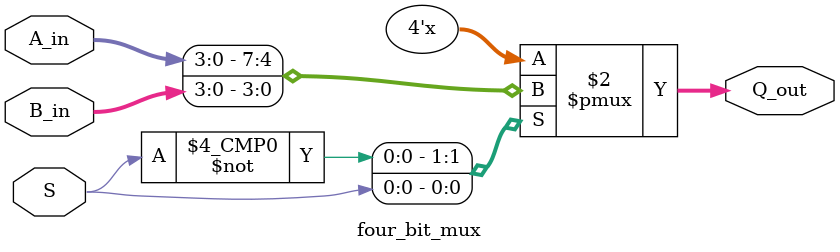
<source format=sv>



module four_bit_mux(
                        input				S,
						input				[3:0] A_in,
						input 				[3:0] B_in,
						output logic		[3:0] Q_out
    );
    always_comb
	begin
		unique case(S)
			1'b0	:	Q_out = {1'b0, A_in};
			1'b1	:	Q_out = B_in;
		endcase
	end
endmodule

</source>
